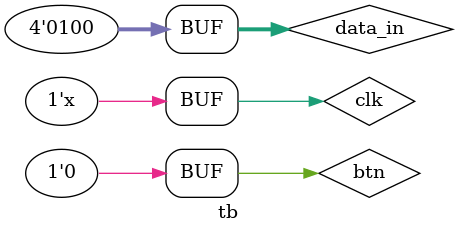
<source format=v>
module tb();

	reg clk = 0;
	reg btn = 0;
	reg [3:0] data_in = 0;
	wire [7:0] data_out;
	
	shift_reg checker(data_in,btn,clk,data_out);
	
	always #5 clk = ~clk;
	
	initial begin
		data_in = 3;
		#3
		btn = 1;
		#15;
		btn = 0;
		#15;
		data_in = 1;
		btn = 1;
		#15;
		btn = 0;
		#15;
		data_in = 4;
		btn = 1;
		#15;
		btn = 0;
		#15;
	end

endmodule 
</source>
